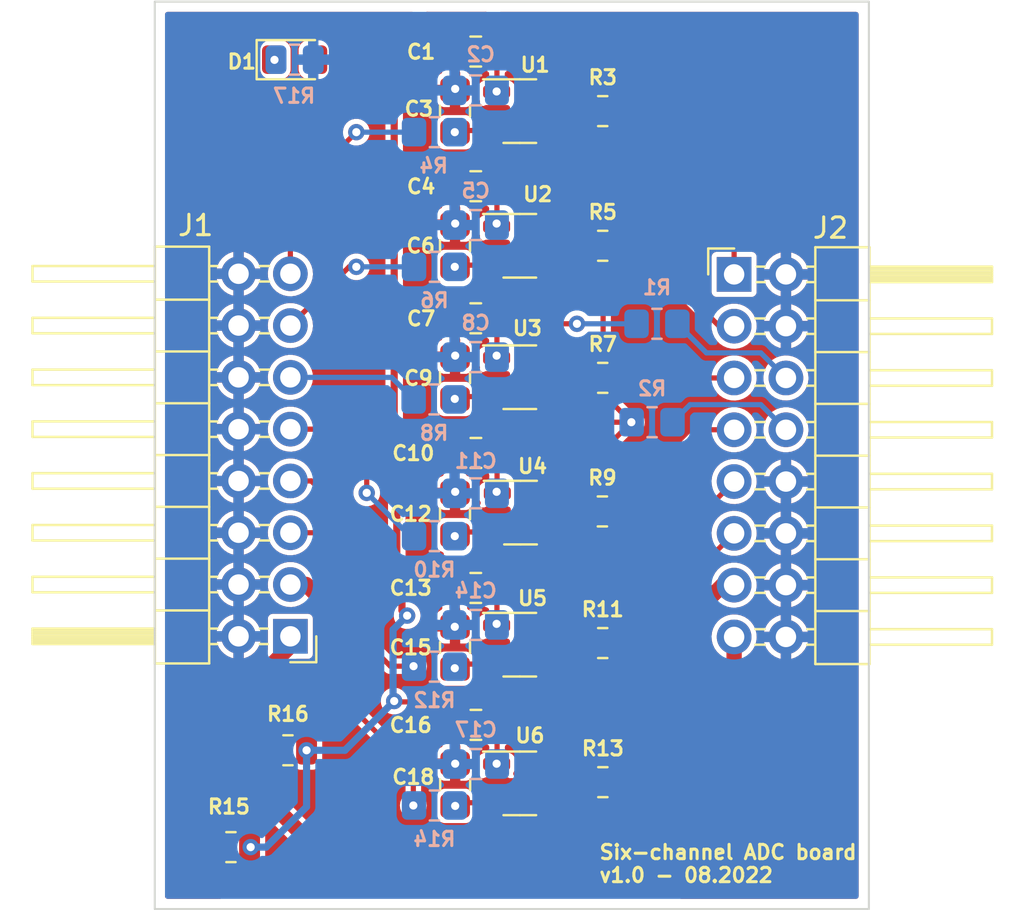
<source format=kicad_pcb>
(kicad_pcb (version 20211014) (generator pcbnew)
  (layers (0 "F.Cu" signal) (31 "B.Cu" signal) (34 "B.Paste" user) (35 "F.Paste" user) (36 "B.SilkS" user "B.Silkscreen") (37 "F.SilkS" user "F.Silkscreen") (38 "B.Mask" user) (39 "F.Mask" user) (44 "Edge.Cuts" user))
  (net 0 "")
  (net 1 "VCC")
  (net 2 "GND")
  (net 3 "Net-(C3-Pad1)")
  (net 4 "Net-(C6-Pad1)")
  (net 5 "Net-(C9-Pad1)")
  (net 6 "Net-(C12-Pad1)")
  (net 7 "Net-(C15-Pad1)")
  (net 8 "Net-(C18-Pad1)")
  (net 9 "Net-(D1-Pad1)")
  (net 10 "+5V")
  (net 11 "+3V3")
  (net 12 "/A6")
  (net 13 "/A5")
  (net 14 "/A4")
  (net 15 "/A3")
  (net 16 "/A2")
  (net 17 "/A1")
  (net 18 "/SD1")
  (net 19 "Net-(J2-Pad6)")
  (net 20 "/SD2")
  (net 21 "Net-(J2-Pad8)")
  (net 22 "/SD3")
  (net 23 "/SD4")
  (net 24 "/SD5")
  (net 25 "/SD6")
  (net 26 "/SCLK")
  (net 27 "/~CS")
  (net 28 "Net-(R3-Pad1)")
  (net 29 "Net-(R5-Pad1)")
  (net 30 "Net-(R7-Pad1)")
  (net 31 "Net-(R9-Pad1)")
  (net 32 "Net-(R11-Pad1)")
  (net 33 "Net-(R13-Pad1)")
  (footprint "Capacitor_SMD:C_0805_2012Metric_Pad1.18x1.45mm_HandSolder" (layer "F.Cu") (at 89.97695 46.9034 90)
    (fp_text reference "C15" (at 0 -2.171 180) (layer "F.SilkS") (effects (font (size 0.7 0.7))))
    (fp_text value "TBD")
    (pad "1" smd roundrect (at -1.0375 0 90) (size 1.175 1.45) (layers "F.Cu" "F.Paste" "F.Mask") (roundrect_rratio 0.212766) (net 7 "Net-(C15-Pad1)"))
    (pad "2" smd roundrect (at 1.0375 0 90) (size 1.175 1.45) (layers "F.Cu" "F.Paste" "F.Mask") (roundrect_rratio 0.212766) (net 2 "GND"))
  )
  (footprint "Capacitor_SMD:C_0805_2012Metric_Pad1.18x1.45mm_HandSolder" (layer "F.Cu") (at 90.99295 30.758 180)
    (fp_text reference "C7" (at 2.679 -0.0164) (layer "F.SilkS") (effects (font (size 0.7 0.7))))
    (fp_text value "1uF")
    (pad "1" smd roundrect (at -1.0375 0 180) (size 1.175 1.45) (layers "F.Cu" "F.Paste" "F.Mask") (roundrect_rratio 0.212766) (net 1 "VCC"))
    (pad "2" smd roundrect (at 1.0375 0 180) (size 1.175 1.45) (layers "F.Cu" "F.Paste" "F.Mask") (roundrect_rratio 0.212766) (net 2 "GND"))
  )
  (footprint "LED_SMD:LED_0805_2012Metric_Pad1.15x1.40mm_HandSolder" (layer "F.Cu") (at 82.11445 18.0744)
    (fp_text reference "D1" (at -2.5908 0.1016) (layer "F.SilkS") (effects (font (size 0.7 0.7))))
    (fp_text value "LED")
    (pad "1" smd roundrect (at -1.025 0) (size 1.15 1.4) (layers "F.Cu" "F.Paste" "F.Mask") (roundrect_rratio 0.217391) (net 9 "Net-(D1-Pad1)"))
    (pad "2" smd roundrect (at 1.025 0) (size 1.15 1.4) (layers "F.Cu" "F.Paste" "F.Mask") (roundrect_rratio 0.217391) (net 1 "VCC"))
  )
  (footprint "Capacitor_SMD:C_0805_2012Metric_Pad1.18x1.45mm_HandSolder" (layer "F.Cu") (at 90.99995 37.362 180)
    (fp_text reference "C10" (at 3.067 -0.0164) (layer "F.SilkS") (effects (font (size 0.7 0.7))))
    (fp_text value "1uF")
    (pad "1" smd roundrect (at -1.0375 0 180) (size 1.175 1.45) (layers "F.Cu" "F.Paste" "F.Mask") (roundrect_rratio 0.212766) (net 1 "VCC"))
    (pad "2" smd roundrect (at 1.0375 0 180) (size 1.175 1.45) (layers "F.Cu" "F.Paste" "F.Mask") (roundrect_rratio 0.212766) (net 2 "GND"))
  )
  (footprint "Resistor_SMD:R_0805_2012Metric_Pad1.20x1.40mm_HandSolder" (layer "F.Cu") (at 97.22295 53.507)
    (fp_text reference "R13" (at 0 -1.65) (layer "F.SilkS") (effects (font (size 0.7 0.7))))
    (fp_text value "47R")
    (pad "1" smd roundrect (at -1 0) (size 1.2 1.4) (layers "F.Cu" "F.Paste" "F.Mask") (roundrect_rratio 0.208333) (net 33 "Net-(R13-Pad1)"))
    (pad "2" smd roundrect (at 1 0) (size 1.2 1.4) (layers "F.Cu" "F.Paste" "F.Mask") (roundrect_rratio 0.208333) (net 25 "/SD6"))
  )
  (footprint "Connector_PinHeader_2.54mm:PinHeader_2x08_P2.54mm_Horizontal" (layer "F.Cu") (at 81.90645 46.355 180)
    (fp_text reference "J1" (at 4.6415 20.1526) (layer "F.SilkS"))
    (fp_text value "Conn_02x08_Odd_Even")
    (pad "1" thru_hole rect (at 0 0 180) (size 1.7 1.7) (drill 1) (layers *.Cu *.Mask) (net 10 "+5V"))
    (pad "2" thru_hole oval (at 2.54 0 180) (size 1.7 1.7) (drill 1) (layers *.Cu *.Mask) (net 2 "GND"))
    (pad "3" thru_hole oval (at 0 2.54 180) (size 1.7 1.7) (drill 1) (layers *.Cu *.Mask) (net 11 "+3V3"))
    (pad "4" thru_hole oval (at 2.54 2.54 180) (size 1.7 1.7) (drill 1) (layers *.Cu *.Mask) (net 2 "GND"))
    (pad "5" thru_hole oval (at 0 5.08 180) (size 1.7 1.7) (drill 1) (layers *.Cu *.Mask) (net 12 "/A6"))
    (pad "6" thru_hole oval (at 2.54 5.08 180) (size 1.7 1.7) (drill 1) (layers *.Cu *.Mask) (net 2 "GND"))
    (pad "7" thru_hole oval (at 0 7.62 180) (size 1.7 1.7) (drill 1) (layers *.Cu *.Mask) (net 13 "/A5"))
    (pad "8" thru_hole oval (at 2.54 7.62 180) (size 1.7 1.7) (drill 1) (layers *.Cu *.Mask) (net 2 "GND"))
    (pad "9" thru_hole oval (at 0 10.16 180) (size 1.7 1.7) (drill 1) (layers *.Cu *.Mask) (net 14 "/A4"))
    (pad "10" thru_hole oval (at 2.54 10.16 180) (size 1.7 1.7) (drill 1) (layers *.Cu *.Mask) (net 2 "GND"))
    (pad "11" thru_hole oval (at 0 12.7 180) (size 1.7 1.7) (drill 1) (layers *.Cu *.Mask) (net 15 "/A3"))
    (pad "12" thru_hole oval (at 2.54 12.7 180) (size 1.7 1.7) (drill 1) (layers *.Cu *.Mask) (net 2 "GND"))
    (pad "13" thru_hole oval (at 0 15.24 180) (size 1.7 1.7) (drill 1) (layers *.Cu *.Mask) (net 16 "/A2"))
    (pad "14" thru_hole oval (at 2.54 15.24 180) (size 1.7 1.7) (drill 1) (layers *.Cu *.Mask) (net 2 "GND"))
    (pad "15" thru_hole oval (at 0 17.78 180) (size 1.7 1.7) (drill 1) (layers *.Cu *.Mask) (net 17 "/A1"))
    (pad "16" thru_hole oval (at 2.54 17.78 180) (size 1.7 1.7) (drill 1) (layers *.Cu *.Mask) (net 2 "GND"))
  )
  (footprint "Resistor_SMD:R_0805_2012Metric_Pad1.20x1.40mm_HandSolder" (layer "F.Cu") (at 97.21595 46.6855)
    (fp_text reference "R11" (at 0 -1.65) (layer "F.SilkS") (effects (font (size 0.7 0.7))))
    (fp_text value "47R")
    (pad "1" smd roundrect (at -1 0) (size 1.2 1.4) (layers "F.Cu" "F.Paste" "F.Mask") (roundrect_rratio 0.208333) (net 32 "Net-(R11-Pad1)"))
    (pad "2" smd roundrect (at 1 0) (size 1.2 1.4) (layers "F.Cu" "F.Paste" "F.Mask") (roundrect_rratio 0.208333) (net 24 "/SD5"))
  )
  (footprint "Package_TO_SOT_SMD:TSOT-23-6" (layer "F.Cu") (at 93.15195 20.598)
    (fp_text reference "U1" (at 0.75 -2.2696) (layer "F.SilkS") (effects (font (size 0.7 0.7))))
    (fp_text value "ADC_SPI_GEN")
    (pad "1" smd roundrect (at -1.1375 -0.95) (size 1.325 0.6) (layers "F.Cu" "F.Paste" "F.Mask") (net 1 "VCC"))
    (pad "2" smd roundrect (at -1.1375 0) (size 1.325 0.6) (layers "F.Cu" "F.Paste" "F.Mask") (net 2 "GND"))
    (pad "3" smd roundrect (at -1.1375 0.95) (size 1.325 0.6) (layers "F.Cu" "F.Paste" "F.Mask") (net 3 "Net-(C3-Pad1)"))
    (pad "4" smd roundrect (at 1.1375 0.95) (size 1.325 0.6) (layers "F.Cu" "F.Paste" "F.Mask") (net 26 "/SCLK"))
    (pad "5" smd roundrect (at 1.1375 0) (size 1.325 0.6) (layers "F.Cu" "F.Paste" "F.Mask") (net 28 "Net-(R3-Pad1)"))
    (pad "6" smd roundrect (at 1.1375 -0.95) (size 1.325 0.6) (layers "F.Cu" "F.Paste" "F.Mask") (net 27 "/~CS"))
  )
  (footprint "Package_TO_SOT_SMD:TSOT-23-6" (layer "F.Cu") (at 93.15195 53.565)
    (fp_text reference "U6" (at 0.496 -2.3436) (layer "F.SilkS") (effects (font (size 0.7 0.7))))
    (fp_text value "ADC_SPI_GEN")
    (pad "1" smd roundrect (at -1.1375 -0.95) (size 1.325 0.6) (layers "F.Cu" "F.Paste" "F.Mask") (net 1 "VCC"))
    (pad "2" smd roundrect (at -1.1375 0) (size 1.325 0.6) (layers "F.Cu" "F.Paste" "F.Mask") (net 2 "GND"))
    (pad "3" smd roundrect (at -1.1375 0.95) (size 1.325 0.6) (layers "F.Cu" "F.Paste" "F.Mask") (net 8 "Net-(C18-Pad1)"))
    (pad "4" smd roundrect (at 1.1375 0.95) (size 1.325 0.6) (layers "F.Cu" "F.Paste" "F.Mask") (net 26 "/SCLK"))
    (pad "5" smd roundrect (at 1.1375 0) (size 1.325 0.6) (layers "F.Cu" "F.Paste" "F.Mask") (net 33 "Net-(R13-Pad1)"))
    (pad "6" smd roundrect (at 1.1375 -0.95) (size 1.325 0.6) (layers "F.Cu" "F.Paste" "F.Mask") (net 27 "/~CS"))
  )
  (footprint "Package_TO_SOT_SMD:TSOT-23-6" (layer "F.Cu") (at 93.18795 40.288)
    (fp_text reference "U4" (at 0.587 -2.2746) (layer "F.SilkS") (effects (font (size 0.7 0.7))))
    (fp_text value "ADC_SPI_GEN")
    (pad "1" smd roundrect (at -1.1375 -0.95) (size 1.325 0.6) (layers "F.Cu" "F.Paste" "F.Mask") (net 1 "VCC"))
    (pad "2" smd roundrect (at -1.1375 0) (size 1.325 0.6) (layers "F.Cu" "F.Paste" "F.Mask") (net 2 "GND"))
    (pad "3" smd roundrect (at -1.1375 0.95) (size 1.325 0.6) (layers "F.Cu" "F.Paste" "F.Mask") (net 6 "Net-(C12-Pad1)"))
    (pad "4" smd roundrect (at 1.1375 0.95) (size 1.325 0.6) (layers "F.Cu" "F.Paste" "F.Mask") (net 26 "/SCLK"))
    (pad "5" smd roundrect (at 1.1375 0) (size 1.325 0.6) (layers "F.Cu" "F.Paste" "F.Mask") (net 31 "Net-(R9-Pad1)"))
    (pad "6" smd roundrect (at 1.1375 -0.95) (size 1.325 0.6) (layers "F.Cu" "F.Paste" "F.Mask") (net 27 "/~CS"))
  )
  (footprint "Capacitor_SMD:C_0805_2012Metric_Pad1.18x1.45mm_HandSolder" (layer "F.Cu") (at 89.97695 20.598 90)
    (fp_text reference "C3" (at 0.1106 -1.771) (layer "F.SilkS") (effects (font (size 0.7 0.7))))
    (fp_text value "TBD")
    (pad "1" smd roundrect (at -1.0375 0 90) (size 1.175 1.45) (layers "F.Cu" "F.Paste" "F.Mask") (roundrect_rratio 0.212766) (net 3 "Net-(C3-Pad1)"))
    (pad "2" smd roundrect (at 1.0375 0 90) (size 1.175 1.45) (layers "F.Cu" "F.Paste" "F.Mask") (roundrect_rratio 0.212766) (net 2 "GND"))
  )
  (footprint "Capacitor_SMD:C_0805_2012Metric_Pad1.18x1.45mm_HandSolder" (layer "F.Cu") (at 90.99295 17.677 180)
    (fp_text reference "C1" (at 2.679 -0.0164) (layer "F.SilkS") (effects (font (size 0.7 0.7))))
    (fp_text value "1uF")
    (pad "1" smd roundrect (at -1.0375 0 180) (size 1.175 1.45) (layers "F.Cu" "F.Paste" "F.Mask") (roundrect_rratio 0.212766) (net 1 "VCC"))
    (pad "2" smd roundrect (at 1.0375 0 180) (size 1.175 1.45) (layers "F.Cu" "F.Paste" "F.Mask") (roundrect_rratio 0.212766) (net 2 "GND"))
  )
  (footprint "Capacitor_SMD:C_0805_2012Metric_Pad1.18x1.45mm_HandSolder" (layer "F.Cu") (at 89.97695 40.357 90)
    (fp_text reference "C12" (at 0 -2.171 180) (layer "F.SilkS") (effects (font (size 0.7 0.7))))
    (fp_text value "TBD")
    (pad "1" smd roundrect (at -1.0375 0 90) (size 1.175 1.45) (layers "F.Cu" "F.Paste" "F.Mask") (roundrect_rratio 0.212766) (net 6 "Net-(C12-Pad1)"))
    (pad "2" smd roundrect (at 1.0375 0 90) (size 1.175 1.45) (layers "F.Cu" "F.Paste" "F.Mask") (roundrect_rratio 0.212766) (net 2 "GND"))
  )
  (footprint "Capacitor_SMD:C_0805_2012Metric_Pad1.18x1.45mm_HandSolder" (layer "F.Cu") (at 90.99295 43.9824 180)
    (fp_text reference "C13" (at 3.187 0) (layer "F.SilkS") (effects (font (size 0.7 0.7))))
    (fp_text value "1uF")
    (pad "1" smd roundrect (at -1.0375 0 180) (size 1.175 1.45) (layers "F.Cu" "F.Paste" "F.Mask") (roundrect_rratio 0.212766) (net 1 "VCC"))
    (pad "2" smd roundrect (at 1.0375 0 180) (size 1.175 1.45) (layers "F.Cu" "F.Paste" "F.Mask") (roundrect_rratio 0.212766) (net 2 "GND"))
  )
  (footprint "Resistor_SMD:R_0805_2012Metric_Pad1.20x1.40mm_HandSolder" (layer "F.Cu") (at 97.21595 20.598)
    (fp_text reference "R3" (at 0 -1.65) (layer "F.SilkS") (effects (font (size 0.7 0.7))))
    (fp_text value "47R")
    (pad "1" smd roundrect (at -1 0) (size 1.2 1.4) (layers "F.Cu" "F.Paste" "F.Mask") (roundrect_rratio 0.208333) (net 28 "Net-(R3-Pad1)"))
    (pad "2" smd roundrect (at 1 0) (size 1.2 1.4) (layers "F.Cu" "F.Paste" "F.Mask") (roundrect_rratio 0.208333) (net 18 "/SD1"))
  )
  (footprint "Resistor_SMD:R_0805_2012Metric_Pad1.20x1.40mm_HandSolder" (layer "F.Cu") (at 97.21595 27.202)
    (fp_text reference "R5" (at 0 -1.65) (layer "F.SilkS") (effects (font (size 0.7 0.7))))
    (fp_text value "47R")
    (pad "1" smd roundrect (at -1 0) (size 1.2 1.4) (layers "F.Cu" "F.Paste" "F.Mask") (roundrect_rratio 0.208333) (net 29 "Net-(R5-Pad1)"))
    (pad "2" smd roundrect (at 1 0) (size 1.2 1.4) (layers "F.Cu" "F.Paste" "F.Mask") (roundrect_rratio 0.208333) (net 20 "/SD2"))
  )
  (footprint "Resistor_SMD:R_0805_2012Metric" (layer "F.Cu") (at 78.994 56.6928 180)
    (fp_text reference "R15" (at 0.1016 1.9812 180) (layer "F.SilkS") (effects (font (size 0.7 0.7))))
    (fp_text value "0R")
    (pad "1" smd roundrect (at -0.9125 0 180) (size 1.025 1.4) (layers "F.Cu" "F.Paste" "F.Mask") (roundrect_rratio 0.243902) (net 1 "VCC"))
    (pad "2" smd roundrect (at 0.9125 0 180) (size 1.025 1.4) (layers "F.Cu" "F.Paste" "F.Mask") (roundrect_rratio 0.243902) (net 10 "+5V"))
  )
  (footprint "Package_TO_SOT_SMD:TSOT-23-6" (layer "F.Cu") (at 93.15195 33.648)
    (fp_text reference "U3" (at 0.369 -2.4) (layer "F.SilkS") (effects (font (size 0.7 0.7))))
    (fp_text value "ADC_SPI_GEN")
    (pad "1" smd roundrect (at -1.1375 -0.95) (size 1.325 0.6) (layers "F.Cu" "F.Paste" "F.Mask") (net 1 "VCC"))
    (pad "2" smd roundrect (at -1.1375 0) (size 1.325 0.6) (layers "F.Cu" "F.Paste" "F.Mask") (net 2 "GND"))
    (pad "3" smd roundrect (at -1.1375 0.95) (size 1.325 0.6) (layers "F.Cu" "F.Paste" "F.Mask") (net 5 "Net-(C9-Pad1)"))
    (pad "4" smd roundrect (at 1.1375 0.95) (size 1.325 0.6) (layers "F.Cu" "F.Paste" "F.Mask") (net 26 "/SCLK"))
    (pad "5" smd roundrect (at 1.1375 0) (size 1.325 0.6) (layers "F.Cu" "F.Paste" "F.Mask") (net 30 "Net-(R7-Pad1)"))
    (pad "6" smd roundrect (at 1.1375 -0.95) (size 1.325 0.6) (layers "F.Cu" "F.Paste" "F.Mask") (net 27 "/~CS"))
  )
  (footprint "Package_TO_SOT_SMD:TSOT-23-6" (layer "F.Cu") (at 93.15195 46.7655)
    (fp_text reference "U5" (at 0.623 -2.2751) (layer "F.SilkS") (effects (font (size 0.7 0.7))))
    (fp_text value "ADC_SPI_GEN")
    (pad "1" smd roundrect (at -1.1375 -0.95) (size 1.325 0.6) (layers "F.Cu" "F.Paste" "F.Mask") (net 1 "VCC"))
    (pad "2" smd roundrect (at -1.1375 0) (size 1.325 0.6) (layers "F.Cu" "F.Paste" "F.Mask") (net 2 "GND"))
    (pad "3" smd roundrect (at -1.1375 0.95) (size 1.325 0.6) (layers "F.Cu" "F.Paste" "F.Mask") (net 7 "Net-(C15-Pad1)"))
    (pad "4" smd roundrect (at 1.1375 0.95) (size 1.325 0.6) (layers "F.Cu" "F.Paste" "F.Mask") (net 26 "/SCLK"))
    (pad "5" smd roundrect (at 1.1375 0) (size 1.325 0.6) (layers "F.Cu" "F.Paste" "F.Mask") (net 32 "Net-(R11-Pad1)"))
    (pad "6" smd roundrect (at 1.1375 -0.95) (size 1.325 0.6) (layers "F.Cu" "F.Paste" "F.Mask") (net 27 "/~CS"))
  )
  (footprint "Capacitor_SMD:C_0805_2012Metric_Pad1.18x1.45mm_HandSolder" (layer "F.Cu") (at 90.99295 24.281 180)
    (fp_text reference "C4" (at 2.679 -0.0164) (layer "F.SilkS") (effects (font (size 0.7 0.7))))
    (fp_text value "1uF")
    (pad "1" smd roundrect (at -1.0375 0 180) (size 1.175 1.45) (layers "F.Cu" "F.Paste" "F.Mask") (roundrect_rratio 0.212766) (net 1 "VCC"))
    (pad "2" smd roundrect (at 1.0375 0 180) (size 1.175 1.45) (layers "F.Cu" "F.Paste" "F.Mask") (roundrect_rratio 0.212766) (net 2 "GND"))
  )
  (footprint "Capacitor_SMD:C_0805_2012Metric_Pad1.18x1.45mm_HandSolder" (layer "F.Cu") (at 90.99995 50.697 180)
    (fp_text reference "C16" (at 3.194 -0.0164) (layer "F.SilkS") (effects (font (size 0.7 0.7))))
    (fp_text value "1uF")
    (pad "1" smd roundrect (at -1.0375 0 180) (size 1.175 1.45) (layers "F.Cu" "F.Paste" "F.Mask") (roundrect_rratio 0.212766) (net 1 "VCC"))
    (pad "2" smd roundrect (at 1.0375 0 180) (size 1.175 1.45) (layers "F.Cu" "F.Paste" "F.Mask") (roundrect_rratio 0.212766) (net 2 "GND"))
  )
  (footprint "Resistor_SMD:R_0805_2012Metric_Pad1.20x1.40mm_HandSolder" (layer "F.Cu") (at 97.21595 33.679)
    (fp_text reference "R7" (at 0 -1.65) (layer "F.SilkS") (effects (font (size 0.7 0.7))))
    (fp_text value "47R")
    (pad "1" smd roundrect (at -1 0) (size 1.2 1.4) (layers "F.Cu" "F.Paste" "F.Mask") (roundrect_rratio 0.208333) (net 30 "Net-(R7-Pad1)"))
    (pad "2" smd roundrect (at 1 0) (size 1.2 1.4) (layers "F.Cu" "F.Paste" "F.Mask") (roundrect_rratio 0.208333) (net 22 "/SD3"))
  )
  (footprint "Capacitor_SMD:C_0805_2012Metric_Pad1.18x1.45mm_HandSolder" (layer "F.Cu") (at 89.98395 53.634 90)
    (fp_text reference "C18" (at 0.3806 -2.051 180) (layer "F.SilkS") (effects (font (size 0.7 0.7))))
    (fp_text value "TBD")
    (pad "1" smd roundrect (at -1.0375 0 90) (size 1.175 1.45) (layers "F.Cu" "F.Paste" "F.Mask") (roundrect_rratio 0.212766) (net 8 "Net-(C18-Pad1)"))
    (pad "2" smd roundrect (at 1.0375 0 90) (size 1.175 1.45) (layers "F.Cu" "F.Paste" "F.Mask") (roundrect_rratio 0.212766) (net 2 "GND"))
  )
  (footprint "Resistor_SMD:R_0805_2012Metric_Pad1.20x1.40mm_HandSolder" (layer "F.Cu") (at 97.19995 40.23)
    (fp_text reference "R9" (at 0 -1.65) (layer "F.SilkS") (effects (font (size 0.7 0.7))))
    (fp_text value "47R")
    (pad "1" smd roundrect (at -1 0) (size 1.2 1.4) (layers "F.Cu" "F.Paste" "F.Mask") (roundrect_rratio 0.208333) (net 31 "Net-(R9-Pad1)"))
    (pad "2" smd roundrect (at 1 0) (size 1.2 1.4) (layers "F.Cu" "F.Paste" "F.Mask") (roundrect_rratio 0.208333) (net 23 "/SD4"))
  )
  (footprint "Package_TO_SOT_SMD:TSOT-23-6" (layer "F.Cu") (at 93.15195 27.202)
    (fp_text reference "U2" (at 0.877 -2.5236) (layer "F.SilkS") (effects (font (size 0.7 0.7))))
    (fp_text value "ADC_SPI_GEN")
    (pad "1" smd roundrect (at -1.1375 -0.95) (size 1.325 0.6) (layers "F.Cu" "F.Paste" "F.Mask") (net 1 "VCC"))
    (pad "2" smd roundrect (at -1.1375 0) (size 1.325 0.6) (layers "F.Cu" "F.Paste" "F.Mask") (net 2 "GND"))
    (pad "3" smd roundrect (at -1.1375 0.95) (size 1.325 0.6) (layers "F.Cu" "F.Paste" "F.Mask") (net 4 "Net-(C6-Pad1)"))
    (pad "4" smd roundrect (at 1.1375 0.95) (size 1.325 0.6) (layers "F.Cu" "F.Paste" "F.Mask") (net 26 "/SCLK"))
    (pad "5" smd roundrect (at 1.1375 0) (size 1.325 0.6) (layers "F.Cu" "F.Paste" "F.Mask") (net 29 "Net-(R5-Pad1)"))
    (pad "6" smd roundrect (at 1.1375 -0.95) (size 1.325 0.6) (layers "F.Cu" "F.Paste" "F.Mask") (net 27 "/~CS"))
  )
  (footprint "Connector_PinHeader_2.54mm:PinHeader_2x08_P2.54mm_Horizontal" (layer "F.Cu") (at 103.65595 28.605)
    (fp_text reference "J2" (at 4.724 -2.2756) (layer "F.SilkS"))
    (fp_text value "Conn_02x08_Odd_Even")
    (pad "1" thru_hole rect (at 0 0) (size 1.7 1.7) (drill 1) (layers *.Cu *.Mask) (net 18 "/SD1"))
    (pad "2" thru_hole oval (at 2.54 0) (size 1.7 1.7) (drill 1) (layers *.Cu *.Mask) (net 2 "GND"))
    (pad "3" thru_hole oval (at 0 2.54) (size 1.7 1.7) (drill 1) (layers *.Cu *.Mask) (net 20 "/SD2"))
    (pad "4" thru_hole oval (at 2.54 2.54) (size 1.7 1.7) (drill 1) (layers *.Cu *.Mask) (net 2 "GND"))
    (pad "5" thru_hole oval (at 0 5.08) (size 1.7 1.7) (drill 1) (layers *.Cu *.Mask) (net 22 "/SD3"))
    (pad "6" thru_hole oval (at 2.54 5.08) (size 1.7 1.7) (drill 1) (layers *.Cu *.Mask) (net 19 "Net-(J2-Pad6)"))
    (pad "7" thru_hole oval (at 0 7.62) (size 1.7 1.7) (drill 1) (layers *.Cu *.Mask) (net 23 "/SD4"))
    (pad "8" thru_hole oval (at 2.54 7.62) (size 1.7 1.7) (drill 1) (layers *.Cu *.Mask) (net 21 "Net-(J2-Pad8)"))
    (pad "9" thru_hole oval (at 0 10.16) (size 1.7 1.7) (drill 1) (layers *.Cu *.Mask) (net 24 "/SD5"))
    (pad "10" thru_hole oval (at 2.54 10.16) (size 1.7 1.7) (drill 1) (layers *.Cu *.Mask) (net 2 "GND"))
    (pad "11" thru_hole oval (at 0 12.7) (size 1.7 1.7) (drill 1) (layers *.Cu *.Mask) (net 25 "/SD6"))
    (pad "12" thru_hole oval (at 2.54 12.7) (size 1.7 1.7) (drill 1) (layers *.Cu *.Mask) (net 2 "GND"))
    (pad "13" thru_hole oval (at 0 15.24) (size 1.7 1.7) (drill 1) (layers *.Cu *.Mask) (net 11 "+3V3"))
    (pad "14" thru_hole oval (at 2.54 15.24) (size 1.7 1.7) (drill 1) (layers *.Cu *.Mask) (net 2 "GND"))
    (pad "15" thru_hole oval (at 0 17.78) (size 1.7 1.7) (drill 1) (layers *.Cu *.Mask) (net 10 "+5V"))
    (pad "16" thru_hole oval (at 2.54 17.78) (size 1.7 1.7) (drill 1) (layers *.Cu *.Mask) (net 2 "GND"))
  )
  (footprint "Capacitor_SMD:C_0805_2012Metric_Pad1.18x1.45mm_HandSolder" (layer "F.Cu") (at 89.97695 33.679 90)
    (fp_text reference "C9" (at -0.0164 -1.79 180) (layer "F.SilkS") (effects (font (size 0.7 0.7))))
    (fp_text value "TBD")
    (pad "1" smd roundrect (at -1.0375 0 90) (size 1.175 1.45) (layers "F.Cu" "F.Paste" "F.Mask") (roundrect_rratio 0.212766) (net 5 "Net-(C9-Pad1)"))
    (pad "2" smd roundrect (at 1.0375 0 90) (size 1.175 1.45) (layers "F.Cu" "F.Paste" "F.Mask") (roundrect_rratio 0.212766) (net 2 "GND"))
  )
  (footprint "Resistor_SMD:R_0805_2012Metric" (layer "F.Cu") (at 81.788 51.943 180)
    (fp_text reference "R16" (at 0 1.778) (layer "F.SilkS") (effects (font (size 0.7 0.7))))
    (fp_text value "DNP")
    (pad "1" smd roundrect (at -0.9125 0 180) (size 1.025 1.4) (layers "F.Cu" "F.Paste" "F.Mask") (roundrect_rratio 0.243902) (net 1 "VCC"))
    (pad "2" smd roundrect (at 0.9125 0 180) (size 1.025 1.4) (layers "F.Cu" "F.Paste" "F.Mask") (roundrect_rratio 0.243902) (net 11 "+3V3"))
  )
  (footprint "Capacitor_SMD:C_0805_2012Metric_Pad1.18x1.45mm_HandSolder" (layer "F.Cu") (at 89.97695 27.202 90)
    (fp_text reference "C6" (at 0 -1.68 180) (layer "F.SilkS") (effects (font (size 0.7 0.7))))
    (fp_text value "TBD")
    (pad "1" smd roundrect (at -1.0375 0 90) (size 1.175 1.45) (layers "F.Cu" "F.Paste" "F.Mask") (roundrect_rratio 0.212766) (net 4 "Net-(C6-Pad1)"))
    (pad "2" smd roundrect (at 1.0375 0 90) (size 1.175 1.45) (layers "F.Cu" "F.Paste" "F.Mask") (roundrect_rratio 0.212766) (net 2 "GND"))
  )
  (footprint "Resistor_SMD:R_0805_2012Metric_Pad1.20x1.40mm_HandSolder" (layer "B.Cu") (at 88.96795 21.63)
    (fp_text reference "R4" (at -0.0348 1.6514 180) (layer "B.SilkS") (effects (font (size 0.7 0.7)) (justify mirror)))
    (fp_text value "TBD")
    (pad "1" smd roundrect (at -1 0) (size 1.2 1.4) (layers "B.Cu" "B.Paste" "B.Mask") (roundrect_rratio 0.208333) (net 17 "/A1"))
    (pad "2" smd roundrect (at 1 0) (size 1.2 1.4) (layers "B.Cu" "B.Paste" "B.Mask") (roundrect_rratio 0.208333) (net 3 "Net-(C3-Pad1)"))
  )
  (footprint "Capacitor_SMD:C_0805_2012Metric_Pad1.18x1.45mm_HandSolder" (layer "B.Cu") (at 90.99295 32.663 180)
    (fp_text reference "C8" (at 0 1.68) (layer "B.SilkS") (effects (font (size 0.7 0.7)) (justify mirror)))
    (fp_text value "100nF")
    (pad "1" smd roundrect (at -1.0375 0 180) (size 1.175 1.45) (layers "B.Cu" "B.Paste" "B.Mask") (roundrect_rratio 0.212766) (net 1 "VCC"))
    (pad "2" smd roundrect (at 1.0375 0 180) (size 1.175 1.45) (layers "B.Cu" "B.Paste" "B.Mask") (roundrect_rratio 0.212766) (net 2 "GND"))
  )
  (footprint "Capacitor_SMD:C_0805_2012Metric_Pad1.18x1.45mm_HandSolder" (layer "B.Cu") (at 90.99295 26.186 180)
    (fp_text reference "C5" (at 0 1.68) (layer "B.SilkS") (effects (font (size 0.7 0.7)) (justify mirror)))
    (fp_text value "100nF")
    (pad "1" smd roundrect (at -1.0375 0 180) (size 1.175 1.45) (layers "B.Cu" "B.Paste" "B.Mask") (roundrect_rratio 0.212766) (net 1 "VCC"))
    (pad "2" smd roundrect (at 1.0375 0 180) (size 1.175 1.45) (layers "B.Cu" "B.Paste" "B.Mask") (roundrect_rratio 0.212766) (net 2 "GND"))
  )
  (footprint "Resistor_SMD:R_0805_2012Metric_Pad1.20x1.40mm_HandSolder" (layer "B.Cu") (at 88.96795 41.442)
    (fp_text reference "R10" (at 0 1.65) (layer "B.SilkS") (effects (font (size 0.7 0.7)) (justify mirror)))
    (fp_text value "TBD")
    (pad "1" smd roundrect (at -1 0) (size 1.2 1.4) (layers "B.Cu" "B.Paste" "B.Mask") (roundrect_rratio 0.208333) (net 14 "/A4"))
    (pad "2" smd roundrect (at 1 0) (size 1.2 1.4) (layers "B.Cu" "B.Paste" "B.Mask") (roundrect_rratio 0.208333) (net 6 "Net-(C12-Pad1)"))
  )
  (footprint "Resistor_SMD:R_0805_2012Metric_Pad1.20x1.40mm_HandSolder" (layer "B.Cu") (at 99.63595 35.854 180)
    (fp_text reference "R2" (at 0 1.65) (layer "B.SilkS") (effects (font (size 0.7 0.7)) (justify mirror)))
    (fp_text value "47R")
    (pad "1" smd roundrect (at -1 0 180) (size 1.2 1.4) (layers "B.Cu" "B.Paste" "B.Mask") (roundrect_rratio 0.208333) (net 21 "Net-(J2-Pad8)"))
    (pad "2" smd roundrect (at 1 0 180) (size 1.2 1.4) (layers "B.Cu" "B.Paste" "B.Mask") (roundrect_rratio 0.208333) (net 26 "/SCLK"))
  )
  (footprint "Capacitor_SMD:C_0805_2012Metric_Pad1.18x1.45mm_HandSolder" (layer "B.Cu") (at 90.99995 52.618 180)
    (fp_text reference "C17" (at 0 1.68) (layer "B.SilkS") (effects (font (size 0.7 0.7)) (justify mirror)))
    (fp_text value "100nF")
    (pad "1" smd roundrect (at -1.0375 0 180) (size 1.175 1.45) (layers "B.Cu" "B.Paste" "B.Mask") (roundrect_rratio 0.212766) (net 1 "VCC"))
    (pad "2" smd roundrect (at 1.0375 0 180) (size 1.175 1.45) (layers "B.Cu" "B.Paste" "B.Mask") (roundrect_rratio 0.212766) (net 2 "GND"))
  )
  (footprint "Capacitor_SMD:C_0805_2012Metric_Pad1.18x1.45mm_HandSolder" (layer "B.Cu") (at 90.99295 19.582 180)
    (fp_text reference "C2" (at -0.242 1.7616) (layer "B.SilkS") (effects (font (size 0.7 0.7)) (justify mirror)))
    (fp_text value "100nF")
    (pad "1" smd roundrect (at -1.0375 0 180) (size 1.175 1.45) (layers "B.Cu" "B.Paste" "B.Mask") (roundrect_rratio 0.212766) (net 1 "VCC"))
    (pad "2" smd roundrect (at 1.0375 0 180) (size 1.175 1.45) (layers "B.Cu" "B.Paste" "B.Mask") (roundrect_rratio 0.212766) (net 2 "GND"))
  )
  (footprint "Capacitor_SMD:C_0805_2012Metric_Pad1.18x1.45mm_HandSolder" (layer "B.Cu") (at 90.99295 45.7965 180)
    (fp_text reference "C14" (at 0 1.68) (layer "B.SilkS") (effects (font (size 0.7 0.7)) (justify mirror)))
    (fp_text value "100nF")
    (pad "1" smd roundrect (at -1.0375 0 180) (size 1.175 1.45) (layers "B.Cu" "B.Paste" "B.Mask") (roundrect_rratio 0.212766) (net 1 "VCC"))
    (pad "2" smd roundrect (at 1.0375 0 180) (size 1.175 1.45) (layers "B.Cu" "B.Paste" "B.Mask") (roundrect_rratio 0.212766) (net 2 "GND"))
  )
  (footprint "Resistor_SMD:R_0805_2012Metric" (layer "B.Cu") (at 82.11445 18.0744)
    (fp_text reference "R17" (at -0.0235 1.778 180) (layer "B.SilkS") (effects (font (size 0.7 0.7)) (justify mirror)))
    (fp_text value "2k")
    (pad "1" smd roundrect (at -0.9125 0) (size 1.025 1.4) (layers "B.Cu" "B.Paste" "B.Mask") (roundrect_rratio 0.243902) (net 9 "Net-(D1-Pad1)"))
    (pad "2" smd roundrect (at 0.9125 0) (size 1.025 1.4) (layers "B.Cu" "B.Paste" "B.Mask") (roundrect_rratio 0.243902) (net 2 "GND"))
  )
  (footprint "Resistor_SMD:R_0805_2012Metric_Pad1.20x1.40mm_HandSolder" (layer "B.Cu") (at 88.96795 54.65)
    (fp_text reference "R14" (at 0 1.65) (layer "B.SilkS") (effects (font (size 0.7 0.7)) (justify mirror)))
    (fp_text value "TBD")
    (pad "1" smd roundrect (at -1 0) (size 1.2 1.4) (layers "B.Cu" "B.Paste" "B.Mask") (roundrect_rratio 0.208333) (net 12 "/A6"))
    (pad "2" smd roundrect (at 1 0) (size 1.2 1.4) (layers "B.Cu" "B.Paste" "B.Mask") (roundrect_rratio 0.208333) (net 8 "Net-(C18-Pad1)"))
  )
  (footprint "Resistor_SMD:R_0805_2012Metric_Pad1.20x1.40mm_HandSolder" (layer "B.Cu") (at 99.87395 31.028)
    (fp_text reference "R1" (at 0 -1.7776) (layer "B.SilkS") (effects (font (size 0.7 0.7)) (justify mirror)))
    (fp_text value "47R")
    (pad "1" smd roundrect (at -1 0) (size 1.2 1.4) (layers "B.Cu" "B.Paste" "B.Mask") (roundrect_rratio 0.208333) (net 27 "/~CS"))
    (pad "2" smd roundrect (at 1 0) (size 1.2 1.4) (layers "B.Cu" "B.Paste" "B.Mask") (roundrect_rratio 0.208333) (net 19 "Net-(J2-Pad6)"))
  )
  (footprint "Capacitor_SMD:C_0805_2012Metric_Pad1.18x1.45mm_HandSolder" (layer "B.Cu") (at 90.99295 39.341 180)
    (fp_text reference "C11" (at 0 1.5816) (layer "B.SilkS") (effects (font (size 0.7 0.7)) (justify mirror)))
    (fp_text value "100nF")
    (pad "1" smd roundrect (at -1.0375 0 180) (size 1.175 1.45) (layers "B.Cu" "B.Paste" "B.Mask") (roundrect_rratio 0.212766) (net 1 "VCC"))
    (pad "2" smd roundrect (at 1.0375 0 180) (size 1.175 1.45) (layers "B.Cu" "B.Paste" "B.Mask") (roundrect_rratio 0.212766) (net 2 "GND"))
  )
  (footprint "Resistor_SMD:R_0805_2012Metric_Pad1.20x1.40mm_HandSolder" (layer "B.Cu") (at 88.96795 28.234)
    (fp_text reference "R6" (at 0 1.65) (layer "B.SilkS") (effects (font (size 0.7 0.7)) (justify mirror)))
    (fp_text value "TBD")
    (pad "1" smd roundrect (at -1 0) (size 1.2 1.4) (layers "B.Cu" "B.Paste" "B.Mask") (roundrect_rratio 0.208333) (net 16 "/A2"))
    (pad "2" smd roundrect (at 1 0) (size 1.2 1.4) (layers "B.Cu" "B.Paste" "B.Mask") (roundrect_rratio 0.208333) (net 4 "Net-(C6-Pad1)"))
  )
  (footprint "Resistor_SMD:R_0805_2012Metric_Pad1.20x1.40mm_HandSolder" (layer "B.Cu") (at 88.96795 47.8428)
    (fp_text reference "R12" (at 0 1.65) (layer "B.SilkS") (effects (font (size 0.7 0.7)) (justify mirror)))
    (fp_text value "TBD")
    (pad "1" smd roundrect (at -1 0) (size 1.2 1.4) (layers "B.Cu" "B.Paste" "B.Mask") (roundrect_rratio 0.208333) (net 13 "/A5"))
    (pad "2" smd roundrect (at 1 0) (size 1.2 1.4) (layers "B.Cu" "B.Paste" "B.Mask") (roundrect_rratio 0.208333) (net 7 "Net-(C15-Pad1)"))
  )
  (footprint "Resistor_SMD:R_0805_2012Metric_Pad1.20x1.40mm_HandSolder" (layer "B.Cu") (at 88.94895 34.7364)
    (fp_text reference "R8" (at 0 1.65) (layer "B.SilkS") (effects (font (size 0.7 0.7)) (justify mirror)))
    (fp_text value "TBD")
    (pad "1" smd roundrect (at -1 0) (size 1.2 1.4) (layers "B.Cu" "B.Paste" "B.Mask") (roundrect_rratio 0.208333) (net 15 "/A3"))
    (pad "2" smd roundrect (at 1 0) (size 1.2 1.4) (layers "B.Cu" "B.Paste" "B.Mask") (roundrect_rratio 0.208333) (net 5 "Net-(C9-Pad1)"))
  )
  (gr_rect (start 75.26045 15.2296) (end 110.26045 59.7296) (layer "Edge.Cuts") (width 0.1) (fill none))
  (gr_text "Six-channel ADC board\nv1.0 - 08.2022" (at 96.9772 57.5056) (layer "F.SilkS") (effects (font (size 0.7 0.7)) (justify left)))
  (segment (start 87.376 45.085) (end 87.63 45.339) (width 0.35) (layer "F.Cu") (net 1))
  (segment (start 86.995 30.48) (end 86.995 36.703) (width 0.35) (layer "F.Cu") (net 1))
  (segment (start 92.03045 32.5745) (end 92.01595 32.589) (width 0.254) (layer "F.Cu") (net 1))
  (segment (start 92.03745 52.5805) (end 92.01595 52.602) (width 0.254) (layer "F.Cu") (net 1))
  (segment (start 87.249 17.272) (end 88.6164 15.9046) (width 0.35) (layer "F.Cu") (net 1))
  (segment (start 92.03045 45.7295) (end 92.01595 45.744) (width 0.254) (layer "F.Cu") (net 1))
  (segment (start 91.47815 15.9046) (end 92.03045 16.4569) (width 0.35) (layer "F.Cu") (net 1))
  (segment (start 87.376 43.307) (end 87.8436 42.8394) (width 0.254) (layer "F.Cu") (net 1))
  (segment (start 91.36195 36.2354) (end 92.03745 36.9109) (width 0.254) (layer "F.Cu") (net 1))
  (segment (start 92.03045 16.4569) (end 92.03045 17.677) (width 0.35) (layer "F.Cu") (net 1))
  (segment (start 87.0354 49.5704) (end 90.91085 49.5704) (width 0.254) (layer "F.Cu") (net 1))
  (segment (start 92.03745 36.9109) (end 92.03745 37.362) (width 0.254) (layer "F.Cu") (net 1))
  (segment (start 87.122 36.83) (end 87.122 43.053) (width 0.35) (layer "F.Cu") (net 1))
  (segment (start 92.03745 39.2455) (end 92.01595 39.267) (width 0.254) (layer "F.Cu") (net 1))
  (segment (start 92.03045 24.281) (end 92.03045 26.0975) (width 0.254) (layer "F.Cu") (net 1))
  (segment (start 87.122 43.053) (end 87.376 43.307) (width 0.35) (layer "F.Cu") (net 1))
  (segment (start 90.88745 42.8394) (end 92.03045 43.9824) (width 0.254) (layer "F.Cu") (net 1))
  (segment (start 87.249 17.272) (end 86.4466 18.0744) (width 0.254) (layer "F.Cu") (net 1))
  (segment (start 86.995 23.876) (end 87.7166 23.1544) (width 0.254) (layer "F.Cu") (net 1))
  (segment (start 92.03045 30.4269) (end 92.03045 30.758) (width 0.254) (layer "F.Cu") (net 1))
  (segment (start 86.995 36.703) (end 87.122 36.83) (width 0.35) (layer "F.Cu") (net 1))
  (segment (start 87.8436 29.6314) (end 91.23495 29.6314) (width 0.254) (layer "F.Cu") (net 1))
  (segment (start 88.6164 15.9046) (end 91.47815 15.9046) (width 0.35) (layer "F.Cu") (net 1))
  (segment (start 86.995 30.48) (end 87.8436 29.6314) (width 0.254) (layer "F.Cu") (net 1))
  (segment (start 91.23495 29.6314) (end 92.03045 30.4269) (width 0.254) (layer "F.Cu") (net 1))
  (segment (start 92.03045 43.8915) (end 92.03045 45.7295) (width 0.254) (layer "F.Cu") (net 1))
  (segment (start 92.03045 17.677) (end 92.03045 19.632) (width 0.254) (layer "F.Cu") (net 1))
  (segment (start 87.7166 23.1544) (end 90.90385 23.1544) (width 0.254) (layer "F.Cu") (net 1))
  (segment (start 86.995 36.703) (end 87.4626 36.2354) (width 0.254) (layer "F.Cu") (net 1))
  (segment (start 87.8436 42.8394) (end 90.88745 42.8394) (width 0.254) (layer "F.Cu") (net 1))
  (segment (start 92.03745 50.697) (end 92.03745 52.5805) (width 0.254) (layer "F.Cu") (net 1))
  (segment (start 87.249 17.272) (end 86.995 17.526) (width 0.35) (layer "F.Cu") (net 1))
  (segment (start 86.995 17.526) (end 86.995 23.876) (width 0.35) (layer "F.Cu") (net 1))
  (segment (start 90.91085 49.5704) (end 92.03745 50.697) (width 0.254) (layer "F.Cu") (net 1))
  (segment (start 92.03045 30.758) (end 92.03045 32.5745) (width 0.254) (layer "F.Cu") (net 1))
  (segment (start 86.4466 18.0744) (end 83.13945 18.0744) (width 0.254) (layer "F.Cu") (net 1))
  (segment (start 90.90385 23.1544) (end 92.03045 24.281) (width 0.254) (layer "F.Cu") (net 1))
  (segment (start 86.995 49.53) (end 87.0354 49.5704) (width 0.254) (layer "F.Cu") (net 1))
  (segment (start 87.4626 36.2354) (end 91.36195 36.2354) (width 0.254) (layer "F.Cu") (net 1))
  (segment (start 92.03045 19.632) (end 92.01445 19.648) (width 0.254) (layer "F.Cu") (net 1))
  (segment (start 92.03045 26.0975) (end 92.01595 26.112) (width 0.254) (layer "F.Cu") (net 1))
  (segment (start 87.376 43.307) (end 87.376 45.085) (width 0.35) (layer "F.Cu") (net 1))
  (segment (start 86.995 23.876) (end 86.995 30.48) (width 0.35) (layer "F.Cu") (net 1))
  (segment (start 92.03745 37.362) (end 92.03745 39.2455) (width 0.254) (layer "F.Cu") (net 1))
  (via (at 82.7005 51.943) (size 0.8) (drill 0.4) (layers "F.Cu" "B.Cu") (net 1))
  (via (at 92.01595 52.602) (size 0.8) (drill 0.4) (layers "F.Cu" "B.Cu") (net 1))
  (via (at 92.01595 19.635) (size 0.8) (drill 0.4) (layers "F.Cu" "B.Cu") (net 1))
  (via (at 92.01595 39.267) (size 0.8) (drill 0.4) (layers "F.Cu" "B.Cu") (net 1))
  (via (at 92.01595 26.112) (size 0.8) (drill 0.4) (layers "F.Cu" "B.Cu") (net 1))
  (via (at 87.63 45.339) (size 0.8) (drill 0.4) (layers "F.Cu" "B.Cu") (net 1))
  (via (at 92.01595 45.744) (size 0.8) (drill 0.4) (layers "F.Cu" "B.Cu") (net 1))
  (via (at 79.9592 56.6928) (size 0.8) (drill 0.4) (layers "F.Cu" "B.Cu") (net 1))
  (via (at 86.995 49.53) (size 0.8) (drill 0.4) (layers "F.Cu" "B.Cu") (net 1))
  (via (at 92.01595 32.589) (size 0.8) (drill 0.4) (layers "F.Cu" "B.Cu") (net 1))
  (segment (start 80.7212 56.6928) (end 82.7005 54.7135) (width 0.35) (layer "B.Cu") (net 1))
  (segment (start 86.93895 46.03005) (end 87.63 45.339) (width 0.35) (layer "B.Cu") (net 1))
  (segment (start 84.582 51.943) (end 86.995 49.53) (width 0.35) (layer "B.Cu") (net 1))
  (segment (start 82.7005 51.943) (end 84.582 51.943) (width 0.35) (layer "B.Cu") (net 1))
  (segment (start 86.995 49.53) (end 86.93895 49.47395) (width 0.35) (layer "B.Cu") (net 1))
  (segment (start 82.7005 54.7135) (end 82.7005 51.943) (width 0.35) (layer "B.Cu") (net 1))
  (segment (start 79.9592 56.6928) (end 80.7212 56.6928) (width 0.35) (layer "B.Cu") (net 1))
  (segment (start 86.93895 49.47395) (end 86.93895 46.03005) (width 0.35) (layer "B.Cu") (net 1))
  (via (at 89.96495 45.8874) (size 0.8) (drill 0.4) (layers "F.Cu" "B.Cu") (net 2))
  (via (at 89.98395 39.267) (size 0.8) (drill 0.4) (layers "F.Cu" "B.Cu") (net 2))
  (via (at 89.98395 32.589) (size 0.8) (drill 0.4) (layers "F.Cu" "B.Cu") (net 2))
  (via (at 89.98395 52.602) (size 0.8) (drill 0.4) (layers "F.Cu" "B.Cu") (net 2))
  (via (at 89.98395 26.112) (size 0.8) (drill 0.4) (layers "F.Cu" "B.Cu") (net 2))
  (via (at 89.98395 19.508) (size 0.8) (drill 0.4) (layers "F.Cu" "B.Cu") (net 2))
  (segment (start 92.01445 21.548) (end 90.06445 21.548) (width 0.254) (layer "F.Cu") (net 3))
  (segment (start 90.06445 21.548) (end 89.97695 21.6355) (width 0.254) (layer "F.Cu") (net 3))
  (via (at 89.96495 21.6304) (size 0.8) (drill 0.4) (layers "F.Cu" "B.Cu") (net 3))
  (segment (start 90.06445 28.152) (end 89.97695 28.2395) (width 0.254) (layer "F.Cu") (net 4))
  (segment (start 92.01445 28.152) (end 90.06445 28.152) (width 0.254) (layer "F.Cu") (net 4))
  (via (at 89.96495 28.2344) (size 0.8) (drill 0.4) (layers "F.Cu" "B.Cu") (net 4))
  (segment (start 90.09545 34.598) (end 89.97695 34.7165) (width 0.254) (layer "F.Cu") (net 5))
  (segment (start 92.01445 34.598) (end 90.09545 34.598) (width 0.254) (layer "F.Cu") (net 5))
  (via (at 89.96495 34.7114) (size 0.8) (drill 0.4) (layers "F.Cu" "B.Cu") (net 5))
  (segment (start 90.16935 41.238) (end 89.96495 41.4424) (width 0.254) (layer "F.Cu") (net 6))
  (segment (start 92.05045 41.238) (end 90.16935 41.238) (width 0.254) (layer "F.Cu") (net 6))
  (via (at 89.96495 41.4424) (size 0.8) (drill 0.4) (layers "F.Cu" "B.Cu") (net 6))
  (segment (start 92.01445 47.7155) (end 90.20235 47.7155) (width 0.254) (layer "F.Cu") (net 7))
  (segment (start 90.20235 47.7155) (end 89.97695 47.9409) (width 0.254) (layer "F.Cu") (net 7))
  (via (at 89.96495 47.9194) (size 0.8) (drill 0.4) (layers "F.Cu" "B.Cu") (net 7))
  (segment (start 90.14045 54.515) (end 89.98395 54.6715) (width 0.254) (layer "F.Cu") (net 8))
  (segment (start 92.01445 54.515) (end 90.14045 54.515) (width 0.254) (layer "F.Cu") (net 8))
  (via (at 89.98395 54.6715) (size 0.8) (drill 0.4) (layers "F.Cu" "B.Cu") (net 8))
  (via (at 81.1276 18.0848) (size 0.8) (drill 0.4) (layers "F.Cu" "B.Cu") (net 9))
  (segment (start 81.90645 46.8339) (end 78.1304 50.60995) (width 0.75) (layer "F.Cu") (net 10))
  (segment (start 103.65595 55.4374) (end 103.65595 46.385) (width 0.75) (layer "F.Cu") (net 10))
  (segment (start 78.1304 50.60995) (end 78.1304 57.7088) (width 0.75) (layer "F.Cu") (net 10))
  (segment (start 79.136 58.7144) (end 100.37895 58.7144) (width 0.75) (layer "F.Cu") (net 10))
  (segment (start 78.1304 57.7088) (end 79.136 58.7144) (width 0.75) (layer "F.Cu") (net 10))
  (segment (start 100.37895 58.7144) (end 103.65595 55.4374) (width 0.75) (layer "F.Cu") (net 10))
  (segment (start 81.90645 46.355) (end 81.90645 46.8339) (width 0.75) (layer "F.Cu") (net 10))
  (segment (start 80.772 54.356) (end 80.772 50.927) (width 0.75) (layer "F.Cu") (net 11))
  (segment (start 101.6 45.339) (end 101.6 55.08035) (width 0.75) (layer "F.Cu") (net 11))
  (segment (start 83.439 57.023) (end 80.772 54.356) (width 0.75) (layer "F.Cu") (net 11))
  (segment (start 83.9216 45.0596) (end 82.677 43.815) (width 0.75) (layer "F.Cu") (net 11))
  (segment (start 83.9216 47.7774) (end 83.9216 45.0596) (width 0.75) (layer "F.Cu") (net 11))
  (segment (start 80.772 50.927) (end 83.9216 47.7774) (width 0.75) (layer "F.Cu") (net 11))
  (segment (start 99.65735 57.023) (end 83.439 57.023) (width 0.75) (layer "F.Cu") (net 11))
  (segment (start 103.65595 43.845) (end 103.094 43.845) (width 0.75) (layer "F.Cu") (net 11))
  (segment (start 103.094 43.845) (end 101.6 45.339) (width 0.75) (layer "F.Cu") (net 11))
  (segment (start 101.6 55.08035) (end 99.65735 57.023) (width 0.75) (layer "F.Cu") (net 11))
  (segment (start 82.677 43.815) (end 81.90645 43.815) (width 0.75) (layer "F.Cu") (net 11))
  (segment (start 85.2932 50.23265) (end 87.93295 52.8724) (width 0.254) (layer "F.Cu") (net 12))
  (segment (start 81.90645 41.275) (end 83.312 41.275) (width 0.254) (layer "F.Cu") (net 12))
  (segment (start 83.312 41.275) (end 85.2932 43.2562) (width 0.254) (layer "F.Cu") (net 12))
  (segment (start 87.93295 52.8724) (end 87.93295 54.6504) (width 0.254) (layer "F.Cu") (net 12))
  (segment (start 85.2932 43.2562) (end 85.2932 50.23265) (width 0.254) (layer "F.Cu") (net 12))
  (via (at 87.93295 54.6504) (size 0.8) (drill 0.4) (layers "F.Cu" "B.Cu") (net 12))
  (segment (start 86.0552 41.8592) (end 82.931 38.735) (width 0.254) (layer "F.Cu") (net 13))
  (segment (start 82.931 38.735) (end 81.90645 38.735) (width 0.254) (layer "F.Cu") (net 13))
  (segment (start 87.944075 47.818925) (end 86.807925 47.818925) (width 0.254) (layer "F.Cu") (net 13))
  (segment (start 86.0552 47.0662) (end 86.0552 41.8592) (width 0.254) (layer "F.Cu") (net 13))
  (segment (start 86.807925 47.818925) (end 86.0552 47.0662) (width 0.254) (layer "F.Cu") (net 13))
  (via (at 87.944075 47.818925) (size 0.8) (drill 0.4) (layers "F.Cu" "B.Cu") (net 13))
  (segment (start 87.944075 47.818925) (end 87.96795 47.8428) (width 0.254) (layer "B.Cu") (net 13))
  (segment (start 85.6488 39.3192) (end 85.6488 37.88825) (width 0.254) (layer "F.Cu") (net 14))
  (segment (start 85.6488 37.88825) (end 83.95555 36.195) (width 0.254) (layer "F.Cu") (net 14))
  (segment (start 83.95555 36.195) (end 81.90645 36.195) (width 0.254) (layer "F.Cu") (net 14))
  (via (at 85.6488 39.3192) (size 0.8) (drill 0.4) (layers "F.Cu" "B.Cu") (net 14))
  (segment (start 87.7716 41.442) (end 87.96795 41.442) (width 0.254) (layer "B.Cu") (net 14))
  (segment (start 85.6488 39.3192) (end 87.7716 41.442) (width 0.254) (layer "B.Cu") (net 14))
  (segment (start 87.94895 34.7364) (end 86.86755 33.655) (width 0.254) (layer "B.Cu") (net 15))
  (segment (start 86.86755 33.655) (end 81.90645 33.655) (width 0.254) (layer "B.Cu") (net 15))
  (segment (start 84.78705 28.2344) (end 85.13895 28.2344) (width 0.254) (layer "F.Cu") (net 16))
  (segment (start 81.90645 31.115) (end 84.78705 28.2344) (width 0.254) (layer "F.Cu") (net 16))
  (via (at 85.13895 28.2344) (size 0.8) (drill 0.4) (layers "F.Cu" "B.Cu") (net 16))
  (segment (start 85.13935 28.234) (end 85.13895 28.2344) (width 0.254) (layer "B.Cu") (net 16))
  (segment (start 87.96795 28.234) (end 85.13935 28.234) (width 0.254) (layer "B.Cu") (net 16))
  (segment (start 85.13895 21.6304) (end 81.90645 24.8629) (width 0.254) (layer "F.Cu") (net 17))
  (segment (start 81.90645 24.8629) (end 81.90645 28.575) (width 0.254) (layer "F.Cu") (net 17))
  (via (at 85.13895 21.6304) (size 0.8) (drill 0.4) (layers "F.Cu" "B.Cu") (net 17))
  (segment (start 87.93295 21.6304) (end 85.13895 21.6304) (width 0.254) (layer "B.Cu") (net 17))
  (segment (start 98.21595 20.598) (end 103.65595 26.038) (width 0.254) (layer "F.Cu") (net 18))
  (segment (start 103.65595 26.038) (end 103.65595 28.605) (width 0.254) (layer "F.Cu") (net 18))
  (segment (start 102.29995 32.454) (end 100.87395 31.028) (width 0.254) (layer "B.Cu") (net 19))
  (segment (start 106.19595 33.685) (end 104.96495 32.454) (width 0.254) (layer "B.Cu") (net 19))
  (segment (start 104.96495 32.454) (end 102.29995 32.454) (width 0.254) (layer "B.Cu") (net 19))
  (segment (start 102.9254 31.145) (end 98.9824 27.202) (width 0.254) (layer "F.Cu") (net 20))
  (segment (start 103.65595 31.145) (end 102.9254 31.145) (width 0.254) (layer "F.Cu") (net 20))
  (segment (start 98.9824 27.202) (end 98.21595 27.202) (width 0.254) (layer "F.Cu") (net 20))
  (segment (start 106.19595 36.225) (end 104.96495 34.994) (width 0.254) (layer "B.Cu") (net 21))
  (segment (start 104.96495 34.994) (end 101.49595 34.994) (width 0.254) (layer "B.Cu") (net 21))
  (segment (start 101.49595 34.994) (end 100.63595 35.854) (width 0.254) (layer "B.Cu") (net 21))
  (segment (start 98.21595 33.679) (end 98.22195 33.685) (width 0.254) (layer "F.Cu") (net 22))
  (segment (start 98.22195 33.685) (end 103.65595 33.685) (width 0.254) (layer "F.Cu") (net 22))
  (segment (start 98.19995 40.23) (end 102.20495 36.225) (width 0.254) (layer "F.Cu") (net 23))
  (segment (start 102.20495 36.225) (end 103.65595 36.225) (width 0.254) (layer "F.Cu") (net 23))
  (segment (start 98.21595 44.205) (end 103.65595 38.765) (width 0.254) (layer "F.Cu") (net 24))
  (segment (start 98.21595 46.6855) (end 98.21595 44.205) (width 0.254) (layer "F.Cu") (net 24))
  (segment (start 100.01695 44.944) (end 103.65595 41.305) (width 0.254) (layer "F.Cu") (net 25))
  (segment (start 98.22295 53.507) (end 100.01695 51.713) (width 0.254) (layer "F.Cu") (net 25))
  (segment (start 100.01695 51.713) (end 100.01695 44.944) (width 0.254) (layer "F.Cu") (net 25))
  (segment (start 95.54545 35.854) (end 94.28945 34.598) (width 0.254) (layer "F.Cu") (net 26))
  (segment (start 98.61995 35.854) (end 97.20395 37.27) (width 0.254) (layer "F.Cu") (net 26))
  (segment (start 94.28945 21.548) (end 97.23495 24.4935) (width 0.254) (layer "F.Cu") (net 26))
  (segment (start 96.84195 41.95) (end 97.20395 41.588) (width 0.254) (layer "F.Cu") (net 26))
  (segment (start 95.06395 41.95) (end 96.84195 41.95) (width 0.254) (layer "F.Cu") (net 26))
  (segment (start 96.518319 54.904) (end 94.67845 54.904) (width 0.254) (layer "F.Cu") (net 26))
  (segment (start 94.35195 41.238) (end 95.06395 41.95) (width 0.254) (layer "F.Cu") (net 26))
  (segment (start 94.67845 54.904) (end 94.28945 54.515) (width 0.254) (layer "F.Cu") (net 26))
  (segment (start 97.23495 24.4935) (end 97.23495 30.127) (width 0.254) (layer "F.Cu") (net 26))
  (segment (start 94.28945 47.7155) (end 94.87395 48.3) (width 0.254) (layer "F.Cu") (net 26))
  (segment (start 97.20395 37.27) (end 97.20395 41.588) (width 0.254) (layer "F.Cu") (net 26))
  (segment (start 98.61995 35.854) (end 95.54545 35.854) (width 0.254) (layer "F.Cu") (net 26))
  (segment (start 97.23495 34.469) (end 98.61995 35.854) (width 0.254) (layer "F.Cu") (net 26))
  (segment (start 94.87395 48.3) (end 96.93095 48.3) (width 0.254) (layer "F.Cu") (net 26))
  (segment (start 97.20395 48.027) (end 97.20395 54.218369) (width 0.254) (layer "F.Cu") (net 26))
  (segment (start 94.28945 28.152) (end 95.25995 28.152) (width 0.254) (layer "F.Cu") (net 26))
  (segment (start 96.93095 48.3) (end 97.20395 48.027) (width 0.254) (layer "F.Cu") (net 26))
  (segment (start 95.25995 28.152) (end 97.23495 30.127) (width 0.254) (layer "F.Cu") (net 26))
  (segment (start 94.32545 41.238) (end 94.35195 41.238) (width 0.254) (layer "F.Cu") (net 26))
  (segment (start 97.20395 41.588) (end 97.20395 48.027) (width 0.254) (layer "F.Cu") (net 26))
  (segment (start 97.20395 54.218369) (end 96.518319 54.904) (width 0.254) (layer "F.Cu") (net 26))
  (segment (start 97.23495 30.127) (end 97.23495 34.469) (width 0.254) (layer "F.Cu") (net 26))
  (via (at 98.61995 35.854) (size 0.8) (drill 0.4) (layers "F.Cu" "B.Cu") (net 26))
  (segment (start 95.95295 31.028) (end 93.92095 31.028) (width 0.254) (layer "F.Cu") (net 27))
  (segment (start 94.28945 19.648) (end 93.826003 19.648) (width 0.254) (layer "F.Cu") (net 27))
  (segment (start 93.15895 30.266) (end 93.15895 31.5675) (width 0.254) (layer "F.Cu") (net 27))
  (segment (start 93.15895 38.1715) (end 94.32545 39.338) (width 0.254) (layer "F.Cu") (net 27))
  (segment (start 93.15895 25.1215) (end 94.28945 26.252) (width 0.254) (layer "F.Cu") (net 27))
  (segment (start 93.92095 31.028) (end 93.15895 30.266) (width 0.254) (layer "F.Cu") (net 27))
  (segment (start 93.15895 38.1715) (end 93.15895 44.871) (width 0.254) (layer "F.Cu") (net 27))
  (segment (start 93.15895 44.871) (end 94.10345 45.8155) (width 0.254) (layer "F.Cu") (net 27))
  (segment (start 93.15895 31.5675) (end 94.28945 32.698) (width 0.254) (layer "F.Cu") (net 27))
  (segment (start 93.15895 31.5675) (end 93.15895 38.1715) (width 0.254) (layer "F.Cu") (net 27))
  (segment (start 94.10345 45.8155) (end 94.28945 45.8155) (width 0.254) (layer "F.Cu") (net 27))
  (segment (start 93.15895 51.4845) (end 94.28945 52.615) (width 0.254) (layer "F.Cu") (net 27))
  (segment (start 93.15895 20.315053) (end 93.15895 25.1215) (width 0.254) (layer "F.Cu") (net 27))
  (segment (start 93.826003 19.648) (end 93.15895 20.315053) (width 0.254) (layer "F.Cu") (net 27))
  (segment (start 93.15895 25.1215) (end 93.15895 30.266) (width 0.254) (layer "F.Cu") (net 27))
  (segment (start 93.15895 44.871) (end 93.15895 51.4845) (width 0.254) (layer "F.Cu") (net 27))
  (via (at 95.95295 31.028) (size 0.8) (drill 0.4) (layers "F.Cu" "B.Cu") (net 27))
  (segment (start 98.87395 31.028) (end 95.95295 31.028) (width 0.254) (layer "B.Cu") (net 27))
  (segment (start 94.28945 20.598) (end 96.21595 20.598) (width 0.254) (layer "F.Cu") (net 28))
  (segment (start 94.28945 27.202) (end 96.21595 27.202) (width 0.254) (layer "F.Cu") (net 29))
  (segment (start 96.18495 33.648) (end 96.21595 33.679) (width 0.254) (layer "F.Cu") (net 30))
  (segment (start 94.28945 33.648) (end 96.18495 33.648) (width 0.254) (layer "F.Cu") (net 30))
  (segment (start 94.32545 40.288) (end 96.14195 40.288) (width 0.254) (layer "F.Cu") (net 31))
  (segment (start 96.14195 40.288) (end 96.19995 40.23) (width 0.254) (layer "F.Cu") (net 31))
  (segment (start 94.28945 46.7655) (end 96.13595 46.7655) (width 0.254) (layer "F.Cu") (net 32))
  (segment (start 96.13595 46.7655) (end 96.21595 46.6855) (width 0.254) (layer "F.Cu") (net 32))
  (segment (start 94.28945 53.565) (end 96.16495 53.565) (width 0.254) (layer "F.Cu") (net 33))
  (segment (start 96.16495 53.565) (end 96.22295 53.507) (width 0.254) (layer "F.Cu") (net 33))
  (zone (net 2) (net_name "GND") (layers F&B.Cu) (connect_pads (clearance 0.254)) (min_thickness 0.254) (fill yes (thermal_gap 0.254) (thermal_bridge_width 0.508))
    (polygon (pts (xy 110.236 59.69) (xy 75.311 59.69) (xy 75.311 15.24) (xy 110.236 15.24)))
  )
)
</source>
